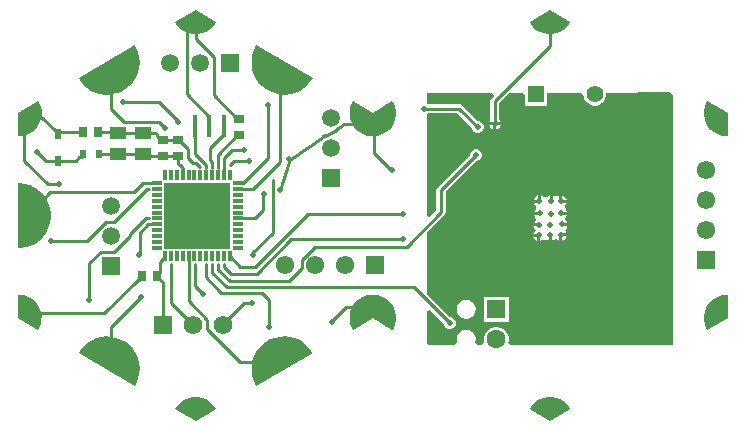
<source format=gbr>
G04*
G04 #@! TF.GenerationSoftware,Altium Limited,Altium Designer,25.8.1 (18)*
G04*
G04 Layer_Physical_Order=2*
G04 Layer_Color=16711680*
%FSLAX25Y25*%
%MOIN*%
G70*
G04*
G04 #@! TF.SameCoordinates,CA0B9550-AE98-4C71-85A6-844D78770B91*
G04*
G04*
G04 #@! TF.FilePolarity,Positive*
G04*
G01*
G75*
%ADD13C,0.01000*%
G04:AMPARAMS|DCode=29|XSize=39.37mil|YSize=39.37mil|CornerRadius=19.68mil|HoleSize=0mil|Usage=FLASHONLY|Rotation=150.000|XOffset=0mil|YOffset=0mil|HoleType=Round|Shape=RoundedRectangle|*
%AMROUNDEDRECTD29*
21,1,0.03937,0.00000,0,0,150.0*
21,1,0.00000,0.03937,0,0,150.0*
1,1,0.03937,0.00000,0.00000*
1,1,0.03937,0.00000,0.00000*
1,1,0.03937,0.00000,0.00000*
1,1,0.03937,0.00000,0.00000*
%
%ADD29ROUNDEDRECTD29*%
G04:AMPARAMS|DCode=30|XSize=39.37mil|YSize=39.37mil|CornerRadius=19.68mil|HoleSize=0mil|Usage=FLASHONLY|Rotation=90.000|XOffset=0mil|YOffset=0mil|HoleType=Round|Shape=RoundedRectangle|*
%AMROUNDEDRECTD30*
21,1,0.03937,0.00000,0,0,90.0*
21,1,0.00000,0.03937,0,0,90.0*
1,1,0.03937,0.00000,0.00000*
1,1,0.03937,0.00000,0.00000*
1,1,0.03937,0.00000,0.00000*
1,1,0.03937,0.00000,0.00000*
%
%ADD30ROUNDEDRECTD30*%
G04:AMPARAMS|DCode=31|XSize=39.37mil|YSize=39.37mil|CornerRadius=19.68mil|HoleSize=0mil|Usage=FLASHONLY|Rotation=210.000|XOffset=0mil|YOffset=0mil|HoleType=Round|Shape=RoundedRectangle|*
%AMROUNDEDRECTD31*
21,1,0.03937,0.00000,0,0,210.0*
21,1,0.00000,0.03937,0,0,210.0*
1,1,0.03937,0.00000,0.00000*
1,1,0.03937,0.00000,0.00000*
1,1,0.03937,0.00000,0.00000*
1,1,0.03937,0.00000,0.00000*
%
%ADD31ROUNDEDRECTD31*%
%ADD41R,0.05984X0.05984*%
%ADD42C,0.05984*%
%ADD48R,0.05984X0.05984*%
%ADD49C,0.06181*%
%ADD50R,0.06181X0.06181*%
%ADD54C,0.06102*%
%ADD55R,0.06102X0.06102*%
%ADD56R,0.06102X0.06102*%
%ADD57C,0.05512*%
%ADD58R,0.05512X0.05512*%
%ADD59C,0.06299*%
%ADD60R,0.06299X0.06299*%
%ADD61C,0.01968*%
%ADD62R,0.01575X0.07480*%
%ADD63R,0.03504X0.02520*%
%ADD64R,0.03150X0.03740*%
%ADD65R,0.01968X0.03543*%
%ADD66R,0.22441X0.22441*%
%ADD67R,0.01181X0.03347*%
%ADD68R,0.03347X0.01181*%
%ADD69R,0.02362X0.03150*%
%ADD70R,0.05500X0.04300*%
G36*
X-119236Y-26394D02*
X-118547Y-26377D01*
X-117186Y-26589D01*
X-115885Y-27040D01*
X-114684Y-27714D01*
X-113622Y-28592D01*
X-112733Y-29644D01*
X-112046Y-30838D01*
X-111582Y-32135D01*
X-111356Y-33493D01*
X-111375Y-34871D01*
X-111639Y-36222D01*
X-112139Y-37506D01*
X-112499Y-38093D01*
Y-38093D01*
X-119244Y-34199D01*
X-119236Y-26394D01*
D02*
G37*
G36*
X-98984Y-45906D02*
X-98566Y-45152D01*
X-97502Y-43794D01*
X-96236Y-42621D01*
X-94802Y-41664D01*
X-93233Y-40946D01*
X-91571Y-40485D01*
X-89857Y-40293D01*
X-88134Y-40374D01*
X-86446Y-40727D01*
X-84834Y-41343D01*
X-83341Y-42206D01*
X-82003Y-43294D01*
X-80853Y-44581D01*
X-79922Y-46033D01*
X-79233Y-47614D01*
X-78802Y-49284D01*
X-78641Y-51001D01*
X-78754Y-52723D01*
X-79137Y-54404D01*
X-79782Y-56004D01*
X-80227Y-56743D01*
Y-56743D01*
X-98984Y-45906D01*
D02*
G37*
G36*
X-66760Y-64496D02*
X-66430Y-63891D01*
X-65566Y-62818D01*
X-64526Y-61917D01*
X-63341Y-61214D01*
X-62050Y-60733D01*
X-60694Y-60490D01*
X-59317Y-60492D01*
X-57962Y-60738D01*
X-56672Y-61222D01*
X-55489Y-61927D01*
X-54450Y-62831D01*
X-53589Y-63906D01*
X-53260Y-64512D01*
X-53260D01*
X-60005Y-68406D01*
X-66760Y-64496D01*
D02*
G37*
G36*
X-39756Y-56725D02*
X-40200Y-55986D01*
X-40844Y-54386D01*
X-41227Y-52704D01*
X-41338Y-50983D01*
X-41176Y-49265D01*
X-40745Y-47595D01*
X-40054Y-46015D01*
X-39122Y-44563D01*
X-37972Y-43277D01*
X-36633Y-42190D01*
X-35139Y-41328D01*
X-33527Y-40713D01*
X-31839Y-40361D01*
X-30116Y-40281D01*
X-28401Y-40474D01*
X-26739Y-40936D01*
X-25172Y-41655D01*
X-23737Y-42614D01*
X-22473Y-43787D01*
X-21410Y-45145D01*
X-20992Y-45900D01*
D01*
X-39756Y-56725D01*
D02*
G37*
G36*
X-119267Y10819D02*
X-118405Y10835D01*
X-116697Y10592D01*
X-115049Y10082D01*
X-113502Y9318D01*
X-112096Y8319D01*
X-110866Y7111D01*
X-109842Y5722D01*
X-109051Y4189D01*
X-108513Y2550D01*
X-108240Y847D01*
X-108241Y-878D01*
X-108514Y-2581D01*
X-109054Y-4219D01*
X-109846Y-5752D01*
X-110870Y-7140D01*
X-112101Y-8348D01*
X-113508Y-9346D01*
X-115055Y-10109D01*
X-116703Y-10617D01*
X-118411Y-10859D01*
X-119274Y-10843D01*
Y-10843D01*
X-119267Y10819D01*
D02*
G37*
G36*
X-112476Y38103D02*
X-112117Y37515D01*
X-111620Y36230D01*
X-111359Y34878D01*
X-111343Y33501D01*
X-111572Y32142D01*
X-112039Y30847D01*
X-112729Y29655D01*
X-113620Y28604D01*
X-114684Y27729D01*
X-115886Y27057D01*
X-117189Y26610D01*
X-118551Y26401D01*
X-119239Y26420D01*
X-119239Y26420D01*
Y34208D01*
X-112476Y38103D01*
D02*
G37*
G36*
X-80244Y56725D02*
X-79800Y55986D01*
X-79156Y54386D01*
X-78773Y52704D01*
X-78662Y50983D01*
X-78824Y49265D01*
X-79256Y47595D01*
X-79946Y46015D01*
X-80878Y44563D01*
X-82028Y43277D01*
X-83367Y42190D01*
X-84861Y41328D01*
X-86473Y40713D01*
X-88161Y40361D01*
X-89885Y40281D01*
X-91599Y40474D01*
X-93261Y40936D01*
X-94828Y41655D01*
X-96263Y42614D01*
X-97527Y43787D01*
X-98590Y45145D01*
X-99007Y45900D01*
X-99007Y45900D01*
X-80244Y56725D01*
D02*
G37*
G36*
X-53240Y64496D02*
X-53570Y63891D01*
X-54434Y62818D01*
X-55475Y61916D01*
X-56659Y61214D01*
X-57950Y60733D01*
X-59306Y60490D01*
X-60683Y60491D01*
X-62038Y60738D01*
X-63328Y61222D01*
X-64511Y61927D01*
X-65550Y62831D01*
X-66411Y63906D01*
X-66739Y64512D01*
X-66739Y64512D01*
X-59995Y68406D01*
X-53240Y64496D01*
D02*
G37*
G36*
X-21016Y45906D02*
X-21434Y45152D01*
X-22498Y43794D01*
X-23764Y42621D01*
X-25198Y41664D01*
X-26767Y40946D01*
X-28429Y40485D01*
X-30143Y40293D01*
X-31866Y40374D01*
X-33554Y40727D01*
X-35166Y41343D01*
X-36659Y42206D01*
X-37997Y43294D01*
X-39147Y44581D01*
X-40078Y46033D01*
X-40767Y47614D01*
X-41198Y49284D01*
X-41359Y51001D01*
X-41246Y52723D01*
X-40863Y54404D01*
X-40218Y56004D01*
X-39773Y56743D01*
X-39773D01*
X-21016Y45906D01*
D02*
G37*
G36*
X64870Y64496D02*
X64540Y63891D01*
X63676Y62818D01*
X62635Y61916D01*
X61451Y61214D01*
X60160Y60733D01*
X58804Y60490D01*
X57427Y60491D01*
X56072Y60738D01*
X54782Y61222D01*
X53599Y61927D01*
X52560Y62831D01*
X51699Y63906D01*
X51371Y64512D01*
X51371Y64512D01*
X58115Y68406D01*
X64870Y64496D01*
D02*
G37*
G36*
X99054Y40239D02*
Y-43095D01*
X45059D01*
X44292Y-42095D01*
X44374Y-41786D01*
Y-40694D01*
X44092Y-39638D01*
X43545Y-38692D01*
X42773Y-37919D01*
X41827Y-37373D01*
X40771Y-37090D01*
X39679D01*
X38623Y-37373D01*
X37677Y-37919D01*
X36904Y-38692D01*
X36358Y-39638D01*
X36075Y-40694D01*
Y-41786D01*
X36158Y-42095D01*
X35391Y-43095D01*
X33853D01*
X33273Y-42095D01*
X33390Y-41657D01*
Y-40823D01*
X33174Y-40018D01*
X32758Y-39296D01*
X32168Y-38707D01*
X31447Y-38290D01*
X30642Y-38074D01*
X29808D01*
X29003Y-38290D01*
X28281Y-38707D01*
X27692Y-39296D01*
X27275Y-40018D01*
X27060Y-40823D01*
Y-41657D01*
X27177Y-42095D01*
X26597Y-43095D01*
X17805D01*
X17079Y-42432D01*
Y-31758D01*
X18003Y-31375D01*
X22746Y-36118D01*
Y-36334D01*
X23048Y-37063D01*
X23607Y-37622D01*
X24336Y-37924D01*
X25125D01*
X25855Y-37622D01*
X26413Y-37063D01*
X26715Y-36334D01*
Y-35545D01*
X26413Y-34815D01*
X25855Y-34257D01*
X25125Y-33955D01*
X24909D01*
X17079Y-26125D01*
Y-5750D01*
X22872Y43D01*
X23204Y539D01*
X23320Y1124D01*
Y7844D01*
X33635Y18159D01*
X33851D01*
X34581Y18461D01*
X35139Y19019D01*
X35441Y19748D01*
Y20538D01*
X35139Y21267D01*
X34581Y21825D01*
X33851Y22127D01*
X33062D01*
X32333Y21825D01*
X31775Y21267D01*
X31472Y20538D01*
Y20322D01*
X20709Y9559D01*
X20378Y9063D01*
X20261Y8477D01*
Y1758D01*
X18003Y-501D01*
X17079Y-118D01*
Y33786D01*
X17415Y33925D01*
X17568Y34078D01*
X27160D01*
X32014Y29224D01*
Y29008D01*
X32316Y28278D01*
X32875Y27720D01*
X33604Y27418D01*
X34393D01*
X35122Y27720D01*
X35681Y28278D01*
X35983Y29008D01*
Y29797D01*
X35681Y30526D01*
X35122Y31084D01*
X34393Y31387D01*
X34177D01*
X28875Y36689D01*
X28379Y37020D01*
X27793Y37137D01*
X17568D01*
X17415Y37290D01*
X17079Y37429D01*
Y40701D01*
X38958Y40790D01*
X39342Y39867D01*
X38683Y39208D01*
X38351Y38711D01*
X38235Y38126D01*
Y31931D01*
X38082Y31778D01*
X37824Y31154D01*
X41705D01*
X41446Y31778D01*
X41293Y31931D01*
Y37493D01*
X44614Y40813D01*
X48968Y40831D01*
X49677Y40125D01*
Y36641D01*
X57189D01*
Y40864D01*
X68369Y40910D01*
X69362Y39914D01*
Y39903D01*
X69618Y38948D01*
X70112Y38091D01*
X70812Y37392D01*
X71668Y36897D01*
X72623Y36641D01*
X73612D01*
X74568Y36897D01*
X75424Y37392D01*
X76123Y38091D01*
X76618Y38948D01*
X76874Y39903D01*
Y40892D01*
X76914Y40945D01*
X98259Y41031D01*
X99054Y40239D01*
D02*
G37*
G36*
X-945Y34321D02*
X5621Y38103D01*
X5980Y37515D01*
X6477Y36230D01*
X6738Y34878D01*
X6754Y33501D01*
X6525Y32142D01*
X6058Y30847D01*
X5368Y29655D01*
X4477Y28604D01*
X3413Y27729D01*
X2211Y27057D01*
X908Y26610D01*
X-454Y26401D01*
X-945Y26414D01*
X-1436Y26401D01*
X-2798Y26610D01*
X-4101Y27057D01*
X-5303Y27729D01*
X-6367Y28604D01*
X-7258Y29655D01*
X-7948Y30847D01*
X-8415Y32142D01*
X-8644Y33501D01*
X-8628Y34878D01*
X-8367Y36230D01*
X-7870Y37515D01*
X-7511Y38103D01*
Y38103D01*
X-945Y34321D01*
D02*
G37*
G36*
X117367Y34199D02*
X117359Y26394D01*
X116670Y26377D01*
X115309Y26589D01*
X114008Y27040D01*
X112807Y27714D01*
X111745Y28592D01*
X110856Y29644D01*
X110169Y30838D01*
X109705Y32135D01*
X109479Y33493D01*
X109498Y34871D01*
X109762Y36222D01*
X110262Y37506D01*
X110623Y38093D01*
X110623D01*
X117367Y34199D01*
D02*
G37*
G36*
X908Y-26610D02*
X2211Y-27057D01*
X3413Y-27729D01*
X4477Y-28604D01*
X5368Y-29655D01*
X6058Y-30847D01*
X6525Y-32142D01*
X6754Y-33501D01*
X6738Y-34878D01*
X6477Y-36230D01*
X5980Y-37515D01*
X5621Y-38103D01*
X-945Y-34321D01*
X-7511Y-38103D01*
X-7870Y-37515D01*
X-8367Y-36230D01*
X-8628Y-34878D01*
X-8644Y-33501D01*
X-8415Y-32142D01*
X-7948Y-30847D01*
X-7258Y-29655D01*
X-6367Y-28604D01*
X-5303Y-27729D01*
X-4101Y-27057D01*
X-2798Y-26610D01*
X-1436Y-26401D01*
X-945Y-26414D01*
X-454Y-26401D01*
X908Y-26610D01*
D02*
G37*
G36*
X117362Y-26420D02*
X117362D01*
Y-34208D01*
X110599Y-38103D01*
X110240Y-37515D01*
X109743Y-36230D01*
X109482Y-34878D01*
X109466Y-33501D01*
X109695Y-32142D01*
X110162Y-30847D01*
X110852Y-29655D01*
X111743Y-28604D01*
X112807Y-27729D01*
X114009Y-27057D01*
X115312Y-26610D01*
X116674Y-26401D01*
X117362Y-26420D01*
D02*
G37*
G36*
X5621Y-38103D02*
X5621D01*
D01*
X5621D01*
D02*
G37*
G36*
X58793Y-60492D02*
X60148Y-60738D01*
X61438Y-61222D01*
X62621Y-61927D01*
X63660Y-62831D01*
X64521Y-63906D01*
X64850Y-64512D01*
X64850D01*
X58105Y-68406D01*
X51350Y-64496D01*
X51680Y-63891D01*
X52544Y-62818D01*
X53584Y-61917D01*
X54769Y-61214D01*
X56060Y-60733D01*
X57416Y-60490D01*
X58793Y-60492D01*
D02*
G37*
%LPC*%
G36*
X41705Y30154D02*
X40264D01*
Y28713D01*
X40888Y28972D01*
X41446Y29530D01*
X41705Y30154D01*
D02*
G37*
G36*
X39264D02*
X37824D01*
X38082Y29530D01*
X38640Y28972D01*
X39264Y28713D01*
Y30154D01*
D02*
G37*
G36*
X54140Y6742D02*
X53516Y6484D01*
X52958Y5926D01*
X52699Y5302D01*
X54140D01*
Y6742D01*
D02*
G37*
G36*
X62289Y6623D02*
Y5183D01*
X63729D01*
X63471Y5807D01*
X62913Y6365D01*
X62289Y6623D01*
D02*
G37*
G36*
X59012Y6742D02*
Y4802D01*
X58012D01*
Y6742D01*
X57388Y6484D01*
X57229Y6325D01*
X56576Y6038D01*
X55923Y6325D01*
X55764Y6484D01*
X55140Y6742D01*
Y4802D01*
X54640D01*
Y4302D01*
X52699D01*
X52958Y3678D01*
X53331Y3305D01*
X53492Y2893D01*
X53405Y2083D01*
X53137Y1815D01*
X52878Y1192D01*
X54819D01*
Y192D01*
X52878D01*
X53137Y-433D01*
X53175Y-471D01*
X53403Y-1380D01*
X53135Y-1737D01*
X52862Y-2009D01*
X52604Y-2633D01*
X54544D01*
Y-3633D01*
X52604D01*
X52862Y-4257D01*
X53329Y-4910D01*
X52781Y-5482D01*
X52522Y-6106D01*
X54463D01*
Y-6605D01*
X54963D01*
Y-8546D01*
X55587Y-8288D01*
X55832Y-8043D01*
X56221Y-7752D01*
X57109Y-8014D01*
X57138Y-8043D01*
X57762Y-8301D01*
Y-6360D01*
X58762D01*
Y-8301D01*
X59386Y-8043D01*
X60039Y-7576D01*
X60610Y-8124D01*
X61234Y-8383D01*
Y-6442D01*
X61734D01*
Y-5942D01*
X63675D01*
X63524Y-5577D01*
X63417Y-5316D01*
X63654Y-4142D01*
X63702Y-4094D01*
X63961Y-3470D01*
X62020D01*
Y-2470D01*
X63961D01*
X63702Y-1846D01*
X63533Y-1677D01*
X63179Y-1206D01*
X63530Y-373D01*
X63789Y251D01*
X61848D01*
Y1251D01*
X63789D01*
X63530Y1875D01*
X63312Y2093D01*
X63055Y2677D01*
X63294Y3382D01*
X63471Y3559D01*
X63729Y4183D01*
X61789D01*
Y4683D01*
X61289D01*
Y6623D01*
X60665Y6365D01*
X59636Y6484D01*
X59012Y6742D01*
D02*
G37*
G36*
X63675Y-6942D02*
X62234D01*
Y-8383D01*
X62858Y-8124D01*
X63416Y-7566D01*
X63675Y-6942D01*
D02*
G37*
G36*
X53963Y-7106D02*
X52522D01*
X52781Y-7729D01*
X53339Y-8288D01*
X53963Y-8546D01*
Y-7106D01*
D02*
G37*
G36*
X30642Y-28074D02*
X29808D01*
X29003Y-28290D01*
X28281Y-28707D01*
X27692Y-29296D01*
X27275Y-30018D01*
X27060Y-30823D01*
Y-31657D01*
X27275Y-32462D01*
X27692Y-33184D01*
X28281Y-33773D01*
X29003Y-34190D01*
X29808Y-34405D01*
X30642D01*
X31447Y-34190D01*
X32168Y-33773D01*
X32758Y-33184D01*
X33174Y-32462D01*
X33390Y-31657D01*
Y-30823D01*
X33174Y-30018D01*
X32758Y-29296D01*
X32168Y-28707D01*
X31447Y-28290D01*
X30642Y-28074D01*
D02*
G37*
G36*
X44374Y-27090D02*
X36075D01*
Y-35390D01*
X44374D01*
Y-27090D01*
D02*
G37*
%LPD*%
D13*
X-13004Y28520D02*
G03*
X-11802Y29378I-1973J4036D01*
G01*
X-16949Y26592D02*
G03*
X-17582Y26215I1973J-4036D01*
G01*
X-83961Y31300D02*
X-72181D01*
X-70097Y29216D01*
X-88150Y35489D02*
X-83961Y31300D01*
X-88150Y35489D02*
Y48780D01*
X-72150Y37914D02*
X-65524Y31288D01*
X-84188Y37914D02*
X-72150D01*
X-48479Y16756D02*
X-47222Y18013D01*
X-42126D01*
X-43954Y21944D02*
X-43832Y21822D01*
X-47855Y21944D02*
X-43954D01*
X-50479Y19320D02*
X-47855Y21944D01*
X-50479Y15202D02*
Y19320D01*
X-50664Y15017D02*
X-50479Y15202D01*
X-50664Y13705D02*
Y15017D01*
Y13705D02*
X-50542Y13583D01*
X-62985Y62055D02*
X-60000Y65039D01*
X-62985Y40515D02*
Y62055D01*
Y40515D02*
X-55388Y32918D01*
Y29965D02*
Y32918D01*
X-54000Y40076D02*
Y52749D01*
Y40076D02*
X-46138Y32214D01*
X-45646D01*
X-52510Y15999D02*
X-52479Y16031D01*
Y18559D01*
X-52596Y18676D02*
X-52479Y18559D01*
X-52596Y18676D02*
Y20244D01*
X-46138Y26702D01*
X-45646D01*
X-54510Y15999D02*
Y16828D01*
X-54479Y16859D02*
Y17730D01*
X-54510Y16828D02*
X-54479Y16859D01*
X-55203Y18455D02*
X-54479Y17730D01*
X-56510Y15999D02*
Y16934D01*
X-60124Y20547D02*
X-56510Y16934D01*
X-55203Y18455D02*
Y22473D01*
X-50664Y27013D01*
Y29965D01*
X-60124Y29953D02*
X-60112Y29965D01*
X-60124Y20547D02*
Y29953D01*
X58110Y56472D02*
Y65039D01*
X39764Y38126D02*
X58110Y56472D01*
X39764Y30654D02*
Y38126D01*
X-661Y20991D02*
Y30520D01*
X-10660D02*
X-661D01*
X-11802Y29378D02*
X-10660Y30520D01*
X-16949Y26592D02*
X-13004Y28520D01*
X-28156Y18686D02*
X-17582Y26215D01*
X-28984Y18686D02*
X-28156Y18686D01*
X-28984Y17858D02*
Y18686D01*
X-661Y20991D02*
X5292Y15038D01*
X-9803Y-30520D02*
X-661D01*
X-14585Y-35303D02*
X-9803Y-30520D01*
X-60000Y58749D02*
X-54000Y52749D01*
X-60000Y58749D02*
Y65039D01*
X-116326Y32520D02*
X-111032D01*
X-116888Y31958D02*
X-116326Y32520D01*
X-111032D02*
X-106985Y28473D01*
X-116888Y30607D02*
Y31958D01*
X-117029Y30466D02*
X-116888Y30607D01*
X-117029Y18170D02*
Y30466D01*
X-105229Y28000D02*
X-97361D01*
X-105713Y27516D02*
X-105229Y28000D01*
X-105713Y27201D02*
Y27989D01*
X-106198Y28473D02*
X-105713Y27989D01*
X-106985Y28473D02*
X-106198D01*
X-31820Y8519D02*
X-28984Y17858D01*
X-78935Y-21370D02*
X-77861Y-20295D01*
X-109307Y10448D02*
X-105629D01*
X-117029Y18170D02*
X-109307Y10448D01*
X-105629D02*
X-105501Y10576D01*
X-77861Y-20295D02*
Y-20000D01*
X-79231Y-21370D02*
X-78935D01*
X-90381Y-32520D02*
X-79231Y-21370D01*
X-116326Y-32520D02*
X-90381D01*
X-44138Y10949D02*
X-35816Y19270D01*
Y36776D01*
X-31850Y17963D02*
Y48780D01*
X-40955Y8858D02*
X-31850Y17963D01*
X-34304Y-5706D02*
Y11816D01*
X-45817Y8858D02*
X-40955D01*
X-37365Y6964D02*
X-37035Y7294D01*
X-37365Y1990D02*
Y6964D01*
X-40339Y-984D02*
X-37365Y1990D01*
X-45817Y-984D02*
X-40339D01*
X-41154Y-12556D02*
X-34304Y-5706D01*
X-76167Y8827D02*
X-75399D01*
X-87228Y-2234D02*
X-76167Y8827D01*
X-89933Y-2234D02*
X-87228D01*
X-96197Y-8498D02*
X-89933Y-2234D01*
X-108186Y-8498D02*
X-96197D01*
X-80609Y7905D02*
X-77687Y10827D01*
X-72983D01*
X-108434Y7905D02*
X-80609D01*
X-116339Y0D02*
X-108434Y7905D01*
X-112820Y21184D02*
X-109781Y18146D01*
X-105713D01*
X-50542Y-15999D02*
X-50447Y-16094D01*
Y-17198D02*
Y-16094D01*
X-54572Y-17626D02*
Y-16031D01*
X-52447Y-18027D02*
Y-16922D01*
X-52542Y-16828D02*
X-52447Y-16922D01*
X-52542Y-16828D02*
Y-15999D01*
X-54447Y-19047D02*
Y-17751D01*
X-54572Y-17626D02*
X-54447Y-17751D01*
X-52447Y-18027D02*
X-48566Y-21908D01*
X-54447Y-19047D02*
X-49587Y-23908D01*
X-50447Y-17198D02*
X-48226Y-19420D01*
X-39605D01*
X-48566Y-21908D02*
X-28862D01*
X-56572Y-16124D02*
Y-16081D01*
X-56637Y-16189D02*
X-56572Y-16124D01*
X-56637Y-20652D02*
Y-16189D01*
Y-20652D02*
X-51381Y-25908D01*
X-49587Y-23908D02*
X12699D01*
X-37919Y-25908D02*
X-35690Y-28137D01*
X-51381Y-25908D02*
X-37919D01*
X-50858Y-36026D02*
X-43881Y-29048D01*
X-41225D01*
X12699Y-23908D02*
X24731Y-35939D01*
X-39605Y-19420D02*
X-28058Y-7872D01*
X-35690Y-37254D02*
Y-28137D01*
X-60353Y-23405D02*
Y-15999D01*
Y-23405D02*
X-57582Y-26175D01*
X21791Y8477D02*
X33457Y20143D01*
X21791Y1124D02*
Y8477D01*
X10310Y-10356D02*
X21791Y1124D01*
X-20184Y-10356D02*
X10310D01*
X-24589Y-14762D02*
X-20184Y-10356D01*
X-24589Y-17635D02*
Y-14762D01*
X-28862Y-21908D02*
X-24589Y-17635D01*
X-45087Y-17069D02*
X-40083D01*
X-48573Y-13583D02*
X-45087Y-17069D01*
X-40083D02*
X-22385Y630D01*
X-28058Y-7872D02*
X9281D01*
X-22385Y630D02*
X9281D01*
X-76655Y-953D02*
X-75399D01*
X-81906Y-6205D02*
X-76655Y-953D01*
X-81906Y-6913D02*
Y-6205D01*
X-87158Y-12165D02*
X-81906Y-6913D01*
X-68258Y-29215D02*
Y-15999D01*
Y-29215D02*
X-60858Y-36615D01*
X-91616Y-12165D02*
X-87158D01*
X-95380Y-15928D02*
X-91616Y-12165D01*
X-95380Y-28024D02*
Y-15928D01*
X-78618Y-5744D02*
X-75826Y-2953D01*
X-72983D01*
X-78618Y-13002D02*
Y-5744D01*
X-88150Y-37093D02*
X-77988Y-26930D01*
X-88150Y-48780D02*
Y-37093D01*
X-71865Y-15582D02*
X-70900Y-14617D01*
X-71865Y-18925D02*
Y-15582D01*
X-72939Y-20000D02*
X-71865Y-18925D01*
X-50858Y-36615D02*
Y-36026D01*
X-45185Y-48780D02*
X-31850D01*
X-56267Y-37698D02*
X-45185Y-48780D01*
X-56267Y-37698D02*
Y-34714D01*
X-62353Y-28628D02*
X-56267Y-34714D01*
X-62353Y-28628D02*
Y-13583D01*
X-52388Y14122D02*
Y15139D01*
X-52510Y14000D02*
X-52388Y14122D01*
X-52510Y13583D02*
Y14000D01*
X27793Y35607D02*
X33999Y29402D01*
X16291Y35607D02*
X27793D01*
X-59985Y17569D02*
X-58510Y16094D01*
Y16032D02*
Y16094D01*
X-72939Y-20295D02*
X-70858Y-22377D01*
Y-36615D02*
Y-22377D01*
X-105713Y18146D02*
X-100010D01*
X-98731Y19425D01*
X-98337D01*
X-97656Y20106D01*
Y20500D01*
X-92144D02*
X-91994Y20350D01*
X-85900D01*
X-86250Y28000D02*
X-85900Y27650D01*
X-92439Y28000D02*
X-86250D01*
X-85900Y20350D02*
X-77400D01*
X-85900Y27650D02*
X-77400D01*
X-73391D01*
X-72805Y27064D01*
Y26572D02*
Y27064D01*
Y26572D02*
X-71451Y25219D01*
X-70959D01*
X-60842Y17569D02*
X-59985D01*
X-62411Y19139D02*
X-60842Y17569D01*
X-62411Y19139D02*
Y22163D01*
X-65467Y25219D02*
X-62411Y22163D01*
X-65959Y25219D02*
X-65467D01*
X-65078Y16756D02*
X-64199Y15877D01*
Y14570D02*
Y15877D01*
X-65374Y16756D02*
X-65078D01*
X-70959Y25219D02*
X-65959D01*
X-70959Y19707D02*
X-65959D01*
X-76757D02*
X-70959D01*
X-77400Y20350D02*
X-76757Y19707D01*
X-65959Y17342D02*
X-65374Y16756D01*
X-65959Y17342D02*
Y19707D01*
D29*
X114449Y32520D02*
D03*
X-116326Y-32520D02*
D03*
X-116339Y0D02*
D03*
D30*
X-661Y30520D02*
D03*
X114449Y-32520D02*
D03*
X-661Y-30520D02*
D03*
X-116326Y32520D02*
D03*
X-31850Y-48780D02*
D03*
X-88150Y48780D02*
D03*
D31*
X58110Y65039D02*
D03*
Y-65039D02*
D03*
X-60000Y65039D02*
D03*
Y-65039D02*
D03*
X-88150Y-48780D02*
D03*
X-31850Y48780D02*
D03*
D41*
X-88073Y-16726D02*
D03*
X-14976Y12556D02*
D03*
D42*
X-88073Y-6726D02*
D03*
Y3274D02*
D03*
X-58492Y50888D02*
D03*
X-68492D02*
D03*
X-14976Y32556D02*
D03*
Y22556D02*
D03*
D48*
X-48492Y50888D02*
D03*
D49*
X-50858Y-36615D02*
D03*
X-60858D02*
D03*
D50*
X-70858D02*
D03*
D54*
X110273Y-4970D02*
D03*
Y5030D02*
D03*
X110273Y15030D02*
D03*
X-30038Y-16647D02*
D03*
X-10038D02*
D03*
X-20038D02*
D03*
D55*
X110273Y-14970D02*
D03*
D56*
X-38Y-16647D02*
D03*
D57*
X73118Y40397D02*
D03*
D58*
X53433D02*
D03*
D59*
X40225Y-41240D02*
D03*
D60*
Y-31240D02*
D03*
D61*
X54463Y-6605D02*
D03*
X58262Y-6360D02*
D03*
X61734Y-6442D02*
D03*
X62020Y-2970D02*
D03*
X58303Y-3256D02*
D03*
X54544Y-3133D02*
D03*
X54819Y691D02*
D03*
X58393Y632D02*
D03*
X61848Y751D02*
D03*
X61789Y4683D02*
D03*
X58512Y4802D02*
D03*
X54640D02*
D03*
X-70211Y29297D02*
D03*
X-65695Y31237D02*
D03*
X-43996Y21931D02*
D03*
X-42263Y18076D02*
D03*
X-84108Y37908D02*
D03*
X39764Y30654D02*
D03*
X5477Y15038D02*
D03*
X-28984Y18686D02*
D03*
X-14585Y-35505D02*
D03*
X-31820Y8519D02*
D03*
X-105501Y10576D02*
D03*
X-35816Y36776D02*
D03*
X-37065Y7324D02*
D03*
X-40951Y-13028D02*
D03*
X-108186Y-8498D02*
D03*
X-112882Y21246D02*
D03*
X-41225Y-29048D02*
D03*
X24731Y-35939D02*
D03*
X-57582Y-26175D02*
D03*
X33457Y20143D02*
D03*
X9281Y630D02*
D03*
Y-7872D02*
D03*
X-95380Y-28024D02*
D03*
X-78106Y-27167D02*
D03*
X-78742Y-13250D02*
D03*
X-35690Y-37254D02*
D03*
X16291Y35607D02*
D03*
X33999Y29402D02*
D03*
D62*
X-60112Y29965D02*
D03*
X-50664D02*
D03*
X-55388D02*
D03*
D63*
X-45646Y32214D02*
D03*
Y26702D02*
D03*
X-70959Y19707D02*
D03*
X-65959D02*
D03*
Y25219D02*
D03*
X-70959D02*
D03*
D64*
X-97361Y28000D02*
D03*
X-77861Y-20000D02*
D03*
X-72939D02*
D03*
X-92439Y28000D02*
D03*
D65*
X-105713Y27201D02*
D03*
Y18146D02*
D03*
D66*
X-59400Y0D02*
D03*
D67*
X-56447Y13583D02*
D03*
X-54479D02*
D03*
X-70227Y-13583D02*
D03*
X-52510Y13583D02*
D03*
X-68258Y-13583D02*
D03*
X-50542D02*
D03*
X-54479D02*
D03*
X-52510D02*
D03*
X-60384Y13583D02*
D03*
X-62353D02*
D03*
X-64321D02*
D03*
X-58416D02*
D03*
X-70227D02*
D03*
X-68258D02*
D03*
X-66290D02*
D03*
X-50542D02*
D03*
X-48573D02*
D03*
Y-13583D02*
D03*
X-56447D02*
D03*
X-58416D02*
D03*
X-60384D02*
D03*
X-62353D02*
D03*
X-64321D02*
D03*
X-66290D02*
D03*
D68*
X-45817Y-984D02*
D03*
X-72983Y-10827D02*
D03*
X-45817Y10827D02*
D03*
Y8858D02*
D03*
Y6890D02*
D03*
Y4921D02*
D03*
Y2953D02*
D03*
Y984D02*
D03*
Y-2953D02*
D03*
Y-4921D02*
D03*
Y-6890D02*
D03*
Y-8858D02*
D03*
Y-10827D02*
D03*
X-72983Y-8858D02*
D03*
Y-6890D02*
D03*
Y-4921D02*
D03*
Y-2953D02*
D03*
Y-984D02*
D03*
Y984D02*
D03*
Y2953D02*
D03*
Y4921D02*
D03*
Y6890D02*
D03*
Y8858D02*
D03*
Y10827D02*
D03*
D69*
X-92144Y20500D02*
D03*
X-97656D02*
D03*
D70*
X-77400Y27650D02*
D03*
Y20350D02*
D03*
X-85900D02*
D03*
Y27650D02*
D03*
M02*

</source>
